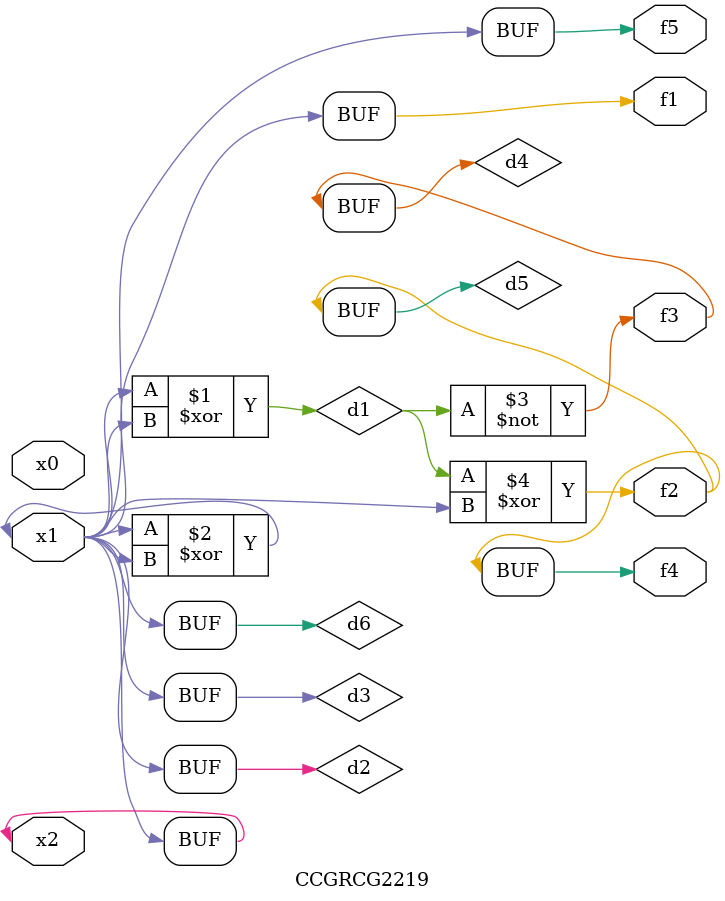
<source format=v>
module CCGRCG2219(
	input x0, x1, x2,
	output f1, f2, f3, f4, f5
);

	wire d1, d2, d3, d4, d5, d6;

	xor (d1, x1, x2);
	buf (d2, x1, x2);
	xor (d3, x1, x2);
	nor (d4, d1);
	xor (d5, d1, d2);
	buf (d6, d2, d3);
	assign f1 = d6;
	assign f2 = d5;
	assign f3 = d4;
	assign f4 = d5;
	assign f5 = d6;
endmodule

</source>
